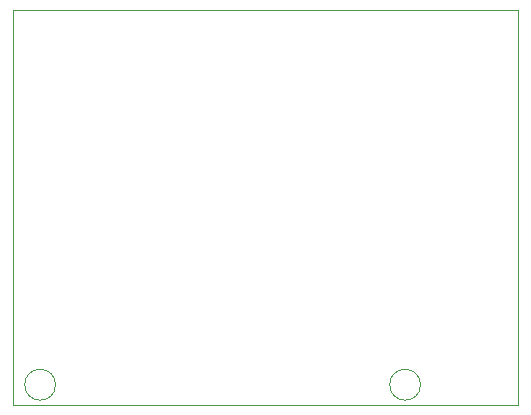
<source format=gm1>
G04 #@! TF.GenerationSoftware,KiCad,Pcbnew,(5.1.8)-1*
G04 #@! TF.CreationDate,2021-10-09T07:53:52+02:00*
G04 #@! TF.ProjectId,EMS_stimulator,454d535f-7374-4696-9d75-6c61746f722e,rev?*
G04 #@! TF.SameCoordinates,PX57bcf00PY4755b80*
G04 #@! TF.FileFunction,Profile,NP*
%FSLAX46Y46*%
G04 Gerber Fmt 4.6, Leading zero omitted, Abs format (unit mm)*
G04 Created by KiCad (PCBNEW (5.1.8)-1) date 2021-10-09 07:53:52*
%MOMM*%
%LPD*%
G01*
G04 APERTURE LIST*
G04 #@! TA.AperFunction,Profile*
%ADD10C,0.050000*%
G04 #@! TD*
G04 APERTURE END LIST*
D10*
X3603840Y-31700000D02*
G75*
G03*
X3603840Y-31700000I-1303840J0D01*
G01*
X34503840Y-31700000D02*
G75*
G03*
X34503840Y-31700000I-1303840J0D01*
G01*
X42800000Y0D02*
X23200000Y0D01*
X42800000Y-33400000D02*
X42800000Y0D01*
X0Y-33400000D02*
X42800000Y-33400000D01*
X0Y0D02*
X0Y-33400000D01*
X23200000Y0D02*
X0Y0D01*
M02*

</source>
